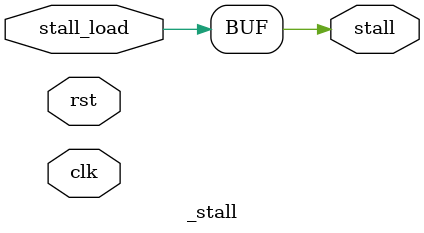
<source format=v>
`timescale 1ns / 1ps


module _stall(
    input wire clk,
    input wire rst,
    input wire stall_load,
    output wire stall
    );

assign stall = stall_load;


endmodule

</source>
